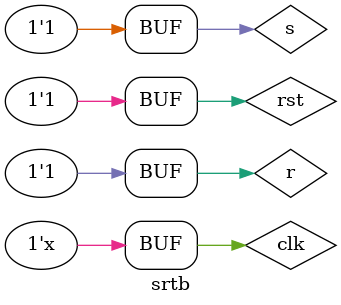
<source format=v>
module srtb;
reg s,r,clk,rst;
wire q,qb;
srff s1(q,qb,s,r,rst,clk);
initial
clk=0;
always #10 clk=~clk;
initial
begin
rst=1;rst=1;r=0;
#10;rst=0;
#10;s=0;r=0;
#10;s=0;r=1;
#10;s=1;r=0;
#10;s=1;r=1;
#10;rst=1;
end
endmodule

</source>
